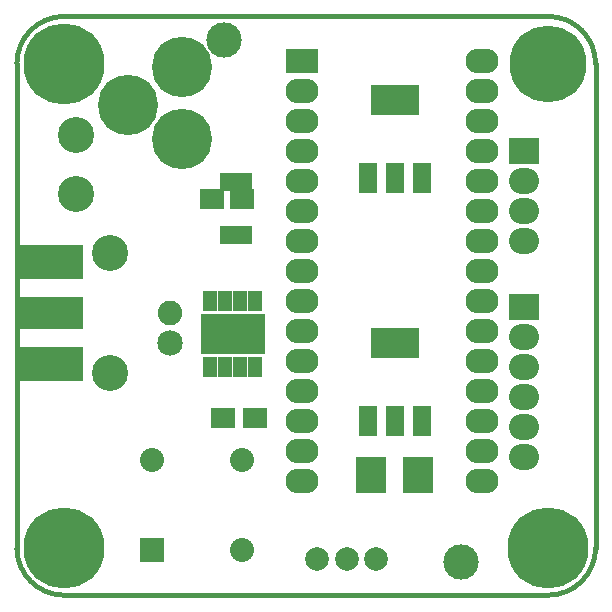
<source format=gts>
G04 #@! TF.FileFunction,Soldermask,Top*
%FSLAX46Y46*%
G04 Gerber Fmt 4.6, Leading zero omitted, Abs format (unit mm)*
G04 Created by KiCad (PCBNEW 4.0.1-stable) date 2/26/2016 9:50:35 PM*
%MOMM*%
G01*
G04 APERTURE LIST*
%ADD10C,0.150000*%
%ADD11C,0.381000*%
%ADD12R,2.794000X2.082800*%
%ADD13O,2.794000X2.082800*%
%ADD14R,4.165600X2.540000*%
%ADD15R,1.524000X2.540000*%
%ADD16C,6.858000*%
%ADD17C,6.508000*%
%ADD18R,0.777240X1.508760*%
%ADD19R,2.032000X2.032000*%
%ADD20C,2.032000*%
%ADD21C,2.008000*%
%ADD22R,1.143000X1.778000*%
%ADD23R,5.398000X3.448000*%
%ADD24C,0.908000*%
%ADD25C,3.000000*%
%ADD26R,2.008000X1.758000*%
%ADD27R,2.508000X3.008000*%
%ADD28R,2.008000X1.808000*%
%ADD29R,2.540000X2.235200*%
%ADD30O,2.540000X2.235200*%
%ADD31C,5.108000*%
%ADD32C,2.082800*%
%ADD33C,2.159000*%
%ADD34C,3.048000*%
%ADD35R,5.588000X2.794000*%
%ADD36R,5.588000X2.921000*%
G04 APERTURE END LIST*
D10*
D11*
X0Y-45000000D02*
X0Y-4000000D01*
X45000000Y-49000000D02*
X4000000Y-49000000D01*
X49000000Y-4000000D02*
X49000000Y-45000000D01*
X4000000Y0D02*
X45000000Y0D01*
X0Y-45000000D02*
G75*
G03X4000000Y-49000000I4000000J0D01*
G01*
X45000000Y-49000000D02*
G75*
G03X49000000Y-45000000I0J4000000D01*
G01*
X49000000Y-4000000D02*
G75*
G03X45000000Y0I-4000000J0D01*
G01*
X4000000Y0D02*
G75*
G03X0Y-4000000I0J-4000000D01*
G01*
D12*
X24130000Y-3810000D03*
D13*
X24130000Y-6350000D03*
X24130000Y-8890000D03*
X24130000Y-11430000D03*
X24130000Y-13970000D03*
X24130000Y-16510000D03*
X24130000Y-19050000D03*
X24130000Y-21590000D03*
X24130000Y-24130000D03*
X24130000Y-26670000D03*
X24130000Y-29210000D03*
X24130000Y-31750000D03*
X24130000Y-34290000D03*
X24130000Y-36830000D03*
X24130000Y-39370000D03*
X39370000Y-39370000D03*
X39370000Y-36830000D03*
X39370000Y-34290000D03*
X39370000Y-31750000D03*
X39370000Y-29210000D03*
X39370000Y-26670000D03*
X39370000Y-24130000D03*
X39370000Y-21590000D03*
X39370000Y-19050000D03*
X39370000Y-16510000D03*
X39370000Y-13970000D03*
X39370000Y-11430000D03*
X39370000Y-8890000D03*
X39370000Y-6350000D03*
X39370000Y-3810000D03*
D14*
X32004000Y-27686000D03*
D15*
X32004000Y-34290000D03*
X34290000Y-34290000D03*
X29718000Y-34290000D03*
D14*
X32004000Y-7112000D03*
D15*
X32004000Y-13716000D03*
X34290000Y-13716000D03*
X29718000Y-13716000D03*
D16*
X4000000Y-4000000D03*
D17*
X45000000Y-4000000D03*
D16*
X4000000Y-45000000D03*
X45000000Y-45000000D03*
D18*
X17526000Y-18478500D03*
X18034000Y-18478500D03*
X18542000Y-18478500D03*
X19050000Y-18478500D03*
X19558000Y-18478500D03*
X19558000Y-14033500D03*
X19050000Y-14033500D03*
X18542000Y-14033500D03*
X18034000Y-14033500D03*
X17526000Y-14033500D03*
D19*
X11430000Y-45212000D03*
D20*
X19050000Y-45212000D03*
X19050000Y-37592000D03*
X11430000Y-37592000D03*
D21*
X25440000Y-45974000D03*
X27940000Y-45974000D03*
X30440000Y-45974000D03*
D22*
X20193000Y-24130000D03*
X18923000Y-24130000D03*
X17653000Y-24130000D03*
X16383000Y-24130000D03*
X16383000Y-29718000D03*
X17653000Y-29718000D03*
X18923000Y-29718000D03*
X20193000Y-29718000D03*
D23*
X18288000Y-26924000D03*
D24*
X16788000Y-27674000D03*
X18288000Y-27674000D03*
X16788000Y-26174000D03*
X18288000Y-26174000D03*
X19788000Y-27674000D03*
X19788000Y-26174000D03*
D25*
X17526000Y-2032000D03*
X37592000Y-46228000D03*
D26*
X19030000Y-15494000D03*
X16530000Y-15494000D03*
D27*
X34004000Y-38862000D03*
X30004000Y-38862000D03*
D28*
X17446000Y-34036000D03*
X20146000Y-34036000D03*
D29*
X42926000Y-11430000D03*
D30*
X42926000Y-13970000D03*
X42926000Y-16510000D03*
X42926000Y-19050000D03*
D31*
X13970000Y-4318000D03*
X13970000Y-10418000D03*
X9370000Y-7518000D03*
D29*
X42926000Y-24638000D03*
D30*
X42926000Y-27178000D03*
X42926000Y-29718000D03*
X42926000Y-32258000D03*
X42926000Y-34798000D03*
X42926000Y-37338000D03*
D32*
X12954000Y-25146000D03*
D33*
X12954000Y-27686000D03*
D34*
X7874000Y-30226000D03*
X7874000Y-20066000D03*
X5000000Y-15000000D03*
X5000000Y-10000000D03*
D35*
X2794000Y-25146000D03*
D36*
X2794000Y-20828000D03*
X2794000Y-29464000D03*
M02*

</source>
